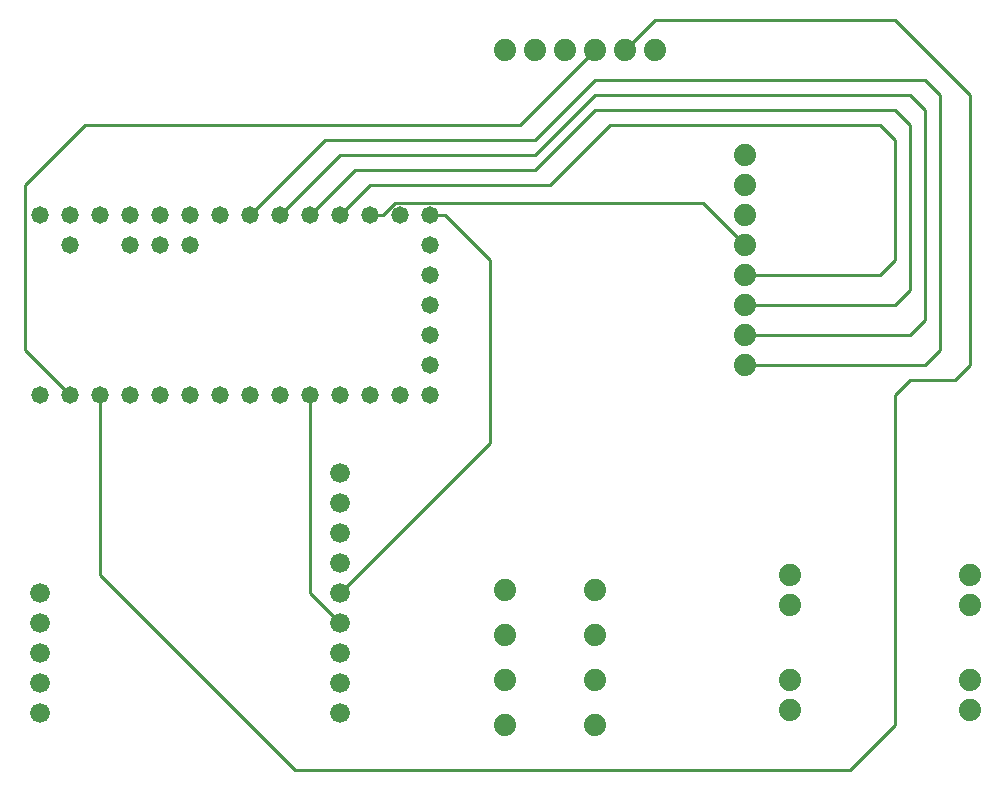
<source format=gbr>
G04 EAGLE Gerber X2 export*
%TF.Part,Single*%
%TF.FileFunction,Copper,L2,Bot,Mixed*%
%TF.FilePolarity,Positive*%
%TF.GenerationSoftware,Autodesk,EAGLE,9.1.3*%
%TF.CreationDate,2020-01-09T21:36:22Z*%
G75*
%MOMM*%
%FSLAX34Y34*%
%LPD*%
%AMOC8*
5,1,8,0,0,1.08239X$1,22.5*%
G01*
%ADD10C,1.879600*%
%ADD11C,1.676400*%
%ADD12C,1.473200*%
%ADD13C,0.254000*%


D10*
X1485900Y368300D03*
X1485900Y342900D03*
X1638300Y368300D03*
X1638300Y342900D03*
X1485900Y457200D03*
X1485900Y431800D03*
X1244600Y901700D03*
X1270000Y901700D03*
X1295400Y901700D03*
X1320800Y901700D03*
X1346200Y901700D03*
X1371600Y901700D03*
X1320800Y406400D03*
X1244600Y406400D03*
X1320800Y368300D03*
X1244600Y368300D03*
X1320800Y330200D03*
X1244600Y330200D03*
D11*
X1104900Y340400D03*
X1104900Y365800D03*
X1104900Y391200D03*
X1104900Y416600D03*
X1104900Y442000D03*
X1104900Y467400D03*
X1104900Y492800D03*
X1104900Y518200D03*
X1104900Y543600D03*
X850900Y340400D03*
X850900Y365800D03*
X850900Y391200D03*
X850900Y416600D03*
X850900Y442000D03*
D10*
X1320800Y444500D03*
X1244600Y444500D03*
X1638300Y457200D03*
X1638300Y431800D03*
D12*
X850900Y609600D03*
X876300Y609600D03*
X901700Y609600D03*
X927100Y609600D03*
X952500Y609600D03*
X977900Y609600D03*
X1003300Y609600D03*
X1028700Y609600D03*
X1054100Y609600D03*
X1079500Y609600D03*
X1104900Y609600D03*
X1130300Y609600D03*
X1155700Y609600D03*
X1181100Y609600D03*
X1181100Y635000D03*
X1181100Y660400D03*
X1181100Y685800D03*
X1181100Y711200D03*
X1181100Y736600D03*
X1181100Y762000D03*
X1155700Y762000D03*
X1130300Y762000D03*
X1104900Y762000D03*
X1079500Y762000D03*
X1054100Y762000D03*
X1028700Y762000D03*
X1003300Y762000D03*
X977900Y762000D03*
X952500Y762000D03*
X927100Y762000D03*
X901700Y762000D03*
X876300Y762000D03*
X850900Y762000D03*
X876300Y736600D03*
X927100Y736600D03*
X952500Y736600D03*
X977900Y736600D03*
D10*
X1447800Y635000D03*
X1447800Y660400D03*
X1447800Y685800D03*
X1447800Y711200D03*
X1447800Y736600D03*
X1447800Y762000D03*
X1447800Y787400D03*
X1447800Y812800D03*
D13*
X889000Y838200D02*
X838200Y787400D01*
X1257300Y838200D02*
X1320800Y901700D01*
X1257300Y838200D02*
X889000Y838200D01*
X838200Y787400D02*
X838200Y647700D01*
X876300Y609600D01*
X1066800Y292100D02*
X1536700Y292100D01*
X1066800Y292100D02*
X901700Y457200D01*
X901700Y609600D01*
X1574800Y609600D02*
X1574800Y330200D01*
X1574800Y609600D02*
X1587500Y622300D01*
X1625600Y622300D01*
X1638300Y635000D01*
X1638300Y863600D01*
X1371600Y927100D02*
X1346200Y901700D01*
X1574800Y330200D02*
X1536700Y292100D01*
X1638300Y863600D02*
X1574800Y927100D01*
X1371600Y927100D01*
X1231900Y569000D02*
X1104900Y442000D01*
X1231900Y569000D02*
X1231900Y723900D01*
X1193800Y762000D01*
X1181100Y762000D01*
X1079500Y442000D02*
X1104900Y416600D01*
X1079500Y442000D02*
X1079500Y609600D01*
X1130300Y762000D02*
X1141332Y762000D01*
X1151492Y772160D01*
X1412240Y772160D01*
X1447800Y736600D01*
X1130300Y787400D02*
X1104900Y762000D01*
X1130300Y787400D02*
X1270000Y787400D01*
X1282700Y787400D01*
X1333500Y838200D01*
X1562100Y838200D01*
X1574800Y825500D01*
X1574800Y723900D01*
X1562100Y711200D01*
X1447800Y711200D01*
X1117600Y800100D02*
X1079500Y762000D01*
X1117600Y800100D02*
X1270000Y800100D01*
X1320800Y850900D01*
X1574800Y850900D01*
X1587500Y838200D01*
X1587500Y698500D01*
X1574800Y685800D01*
X1447800Y685800D01*
X1104900Y812800D02*
X1054100Y762000D01*
X1104900Y812800D02*
X1270000Y812800D01*
X1320800Y863600D01*
X1587500Y863600D01*
X1600200Y850900D01*
X1600200Y673100D01*
X1587500Y660400D01*
X1447800Y660400D01*
X1092200Y825500D02*
X1028700Y762000D01*
X1092200Y825500D02*
X1270000Y825500D01*
X1600200Y876300D02*
X1612900Y863600D01*
X1612900Y647700D01*
X1600200Y635000D01*
X1447800Y635000D01*
X1270000Y825500D02*
X1320800Y876300D01*
X1600200Y876300D01*
M02*

</source>
